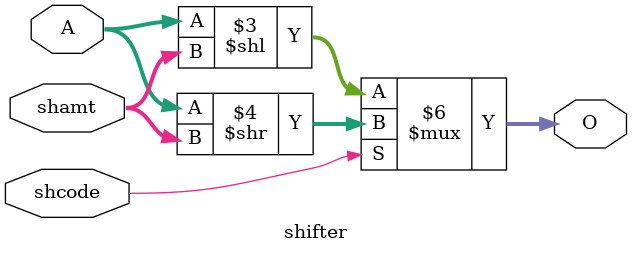
<source format=v>
`timescale 1ns / 1ps
module shifter(
    input [5:0] shamt,
    input [63:0] A,
    output reg [63:0] O,
    input shcode
    );

	always @(*)
	begin
		if (shcode == 1'b0)
		begin
			O = A << shamt;
		end
		
		else
		begin
			O = A >> shamt;
		end
	
	end

endmodule

</source>
